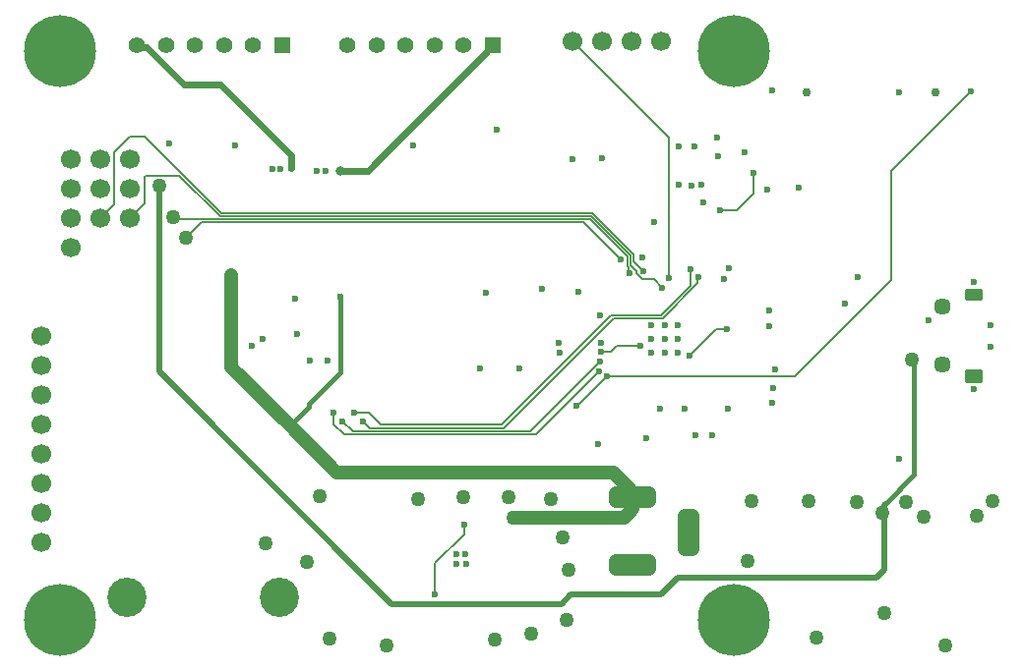
<source format=gbl>
G04*
G04 #@! TF.GenerationSoftware,Altium Limited,Altium Designer,22.11.1 (43)*
G04*
G04 Layer_Physical_Order=4*
G04 Layer_Color=16711680*
%FSLAX25Y25*%
%MOIN*%
G70*
G04*
G04 #@! TF.SameCoordinates,C353F027-9E8A-41FA-9674-E24DC2C26849*
G04*
G04*
G04 #@! TF.FilePolarity,Positive*
G04*
G01*
G75*
%ADD10C,0.00787*%
%ADD12C,0.01968*%
%ADD63R,0.05512X0.05512*%
%ADD64C,0.05512*%
%ADD65C,0.06693*%
%ADD72C,0.24410*%
%ADD73C,0.02953*%
%ADD74C,0.00598*%
%ADD77C,0.01575*%
%ADD78C,0.02362*%
%ADD80C,0.04724*%
%ADD89C,0.13291*%
G04:AMPARAMS|DCode=90|XSize=62.99mil|YSize=47.24mil|CornerRadius=11.81mil|HoleSize=0mil|Usage=FLASHONLY|Rotation=180.000|XOffset=0mil|YOffset=0mil|HoleType=Round|Shape=RoundedRectangle|*
%AMROUNDEDRECTD90*
21,1,0.06299,0.02362,0,0,180.0*
21,1,0.03937,0.04724,0,0,180.0*
1,1,0.02362,-0.01968,0.01181*
1,1,0.02362,0.01968,0.01181*
1,1,0.02362,0.01968,-0.01181*
1,1,0.02362,-0.01968,-0.01181*
%
%ADD90ROUNDEDRECTD90*%
G04:AMPARAMS|DCode=91|XSize=62.99mil|YSize=39.37mil|CornerRadius=9.84mil|HoleSize=0mil|Usage=FLASHONLY|Rotation=180.000|XOffset=0mil|YOffset=0mil|HoleType=Round|Shape=RoundedRectangle|*
%AMROUNDEDRECTD91*
21,1,0.06299,0.01968,0,0,180.0*
21,1,0.04331,0.03937,0,0,180.0*
1,1,0.01968,-0.02165,0.00984*
1,1,0.01968,0.02165,0.00984*
1,1,0.01968,0.02165,-0.00984*
1,1,0.01968,-0.02165,-0.00984*
%
%ADD91ROUNDEDRECTD91*%
G04:AMPARAMS|DCode=92|XSize=157.48mil|YSize=70.87mil|CornerRadius=17.72mil|HoleSize=0mil|Usage=FLASHONLY|Rotation=270.000|XOffset=0mil|YOffset=0mil|HoleType=Round|Shape=RoundedRectangle|*
%AMROUNDEDRECTD92*
21,1,0.15748,0.03543,0,0,270.0*
21,1,0.12205,0.07087,0,0,270.0*
1,1,0.03543,-0.01772,-0.06102*
1,1,0.03543,-0.01772,0.06102*
1,1,0.03543,0.01772,0.06102*
1,1,0.03543,0.01772,-0.06102*
%
%ADD92ROUNDEDRECTD92*%
G04:AMPARAMS|DCode=93|XSize=157.48mil|YSize=70.87mil|CornerRadius=17.72mil|HoleSize=0mil|Usage=FLASHONLY|Rotation=180.000|XOffset=0mil|YOffset=0mil|HoleType=Round|Shape=RoundedRectangle|*
%AMROUNDEDRECTD93*
21,1,0.15748,0.03543,0,0,180.0*
21,1,0.12205,0.07087,0,0,180.0*
1,1,0.03543,-0.06102,0.01772*
1,1,0.03543,0.06102,0.01772*
1,1,0.03543,0.06102,-0.01772*
1,1,0.03543,-0.06102,-0.01772*
%
%ADD93ROUNDEDRECTD93*%
%ADD94C,0.05709*%
%ADD95C,0.02362*%
%ADD96C,0.05000*%
%ADD97C,0.03150*%
%ADD98C,0.04724*%
D10*
X29777Y-5437D02*
X33050D01*
X29777D02*
Y-5122D01*
X-26575Y-87598D02*
Y-77264D01*
X-16732Y-67421D01*
Y-63976D01*
X35124Y-3364D02*
X42861D01*
X33050Y-5437D02*
X35124Y-3364D01*
D12*
X-120000Y-12228D02*
X-41228Y-91000D01*
X16298D01*
X-120000Y-12228D02*
Y50802D01*
X19398Y-87900D02*
X49900D01*
X55700Y-82100D02*
X122999D01*
X49900Y-87900D02*
X55700Y-82100D01*
X122999D02*
X125772Y-79327D01*
X16298Y-91000D02*
X19398Y-87900D01*
X125000Y-60000D02*
X125580Y-59420D01*
X135000Y-8820D02*
X135772Y-9593D01*
X125580Y-62477D02*
X125772Y-62669D01*
X125580Y-62477D02*
Y-60580D01*
X125887Y-57216D02*
Y-57113D01*
X125772Y-79327D02*
Y-62669D01*
X135000Y-8820D02*
Y-8000D01*
X125580Y-59420D02*
Y-57523D01*
X125887Y-57216D01*
X125000Y-60000D02*
X125580Y-60580D01*
D63*
X-78347Y98425D02*
D03*
X-7087D02*
D03*
D64*
X-88189D02*
D03*
X-98032D02*
D03*
X-107874D02*
D03*
X-117717D02*
D03*
X-127559D02*
D03*
X-16929D02*
D03*
X-26772D02*
D03*
X-36614D02*
D03*
X-46457D02*
D03*
X-56299D02*
D03*
D65*
X-160000Y-70000D02*
D03*
Y-60000D02*
D03*
Y-30000D02*
D03*
Y-10000D02*
D03*
Y0D02*
D03*
Y-20000D02*
D03*
X-130000Y60000D02*
D03*
Y50000D02*
D03*
Y40000D02*
D03*
X-140000Y60000D02*
D03*
Y50000D02*
D03*
Y40000D02*
D03*
X-150000Y50000D02*
D03*
Y40000D02*
D03*
Y30000D02*
D03*
Y60000D02*
D03*
X50000Y100000D02*
D03*
X20000D02*
D03*
X30000D02*
D03*
X40000D02*
D03*
X-160000Y-40000D02*
D03*
Y-50000D02*
D03*
D72*
X74803Y-96457D02*
D03*
X-153543D02*
D03*
X74803Y96457D02*
D03*
X-153543D02*
D03*
D73*
X143000Y82677D02*
D03*
X99200D02*
D03*
D74*
X20000Y100000D02*
X52800Y67200D01*
Y19700D02*
Y67200D01*
X-54000Y-26000D02*
X-49000D01*
X-44951Y-30049D02*
X-4049D01*
X-49000Y-26000D02*
X-44951Y-30049D01*
X-51000Y-29000D02*
X-48537Y-31463D01*
X-3455D01*
X7751Y-33492D02*
X29057Y-12186D01*
X-54500Y-32500D02*
X5542D01*
X-57508Y-33492D02*
X7751D01*
X-61000Y-30000D02*
X-57508Y-33492D01*
X5542Y-32500D02*
X29212Y-8830D01*
X-58000Y-29000D02*
X-54500Y-32500D01*
X-4049Y-30049D02*
X32983Y6983D01*
X50090D01*
X33998Y5991D02*
X50501D01*
X-3455Y-31463D02*
X33998Y5991D01*
X-61000Y-30000D02*
Y-26000D01*
X50090Y6983D02*
X60000Y16893D01*
Y22500D01*
X50501Y5991D02*
X62431Y17921D01*
Y19931D02*
X62500Y20000D01*
X62431Y17921D02*
Y19931D01*
X31780Y-13780D02*
X95221D01*
X47641Y19091D02*
X50432Y16299D01*
X50438D01*
X81178Y55278D02*
X81300Y55400D01*
X81178Y48179D02*
Y55278D01*
X75500Y42500D02*
X81178Y48179D01*
X69900Y42500D02*
X75500D01*
X38600Y23534D02*
Y26900D01*
Y23534D02*
X38893Y23241D01*
Y21437D02*
X39168Y21163D01*
X39592Y23945D02*
Y27311D01*
Y23945D02*
X41604Y21933D01*
X43617Y19091D02*
X47641D01*
X41604Y21103D02*
Y21933D01*
X23809Y38484D02*
X36332Y25961D01*
X41604Y21103D02*
X43617Y19091D01*
X-105610Y38484D02*
X23809D01*
X38893Y21437D02*
Y23241D01*
X40584Y25330D02*
Y27722D01*
X42541Y23373D02*
X42541D01*
X40584Y25330D02*
X42541Y23373D01*
X42541D02*
X44079Y21835D01*
X-99446Y40543D02*
X26360D01*
X26771Y41535D02*
X40584Y27722D01*
X-99035Y41535D02*
X26771D01*
X25949Y39551D02*
X38600Y26900D01*
X-114650Y39551D02*
X25949D01*
X26360Y40543D02*
X39592Y27311D01*
X21549Y-23819D02*
X31589Y-13780D01*
X29212Y-8830D02*
X29302D01*
X29057Y-12186D02*
X29063D01*
X31589Y-13780D02*
X31780D01*
X-135335Y44665D02*
Y62165D01*
X-130000Y67500D02*
X-125000D01*
X-135335Y62165D02*
X-130000Y67500D01*
X-125000D02*
X-99035Y41535D01*
X-113291Y54388D02*
X-99446Y40543D01*
X-124809Y54388D02*
X-113291D01*
X95221Y-13780D02*
X128000Y19000D01*
Y56000D01*
X155000Y83000D01*
X-115453Y40354D02*
X-114650Y39551D01*
X-110925Y33169D02*
X-105610Y38484D01*
X-125160Y54038D02*
X-124809Y54388D01*
X-125160Y44840D02*
Y54038D01*
X-130000Y40000D02*
X-125160Y44840D01*
X-140000Y40000D02*
X-135335Y44665D01*
X21358Y-23819D02*
X21549D01*
X72100Y2300D02*
X72218Y2182D01*
X68700Y2300D02*
X72100D01*
X59700Y-6700D02*
X68700Y2300D01*
D77*
X-69283Y-23178D02*
X-58661Y-12557D01*
X-75805Y-30530D02*
X-69283Y-24007D01*
Y-23178D01*
X-58661Y-12557D02*
Y13386D01*
X125887Y-57113D02*
X135772Y-47228D01*
Y-9593D01*
D78*
X-49508Y56004D02*
X-7087Y98425D01*
X-58760Y56004D02*
X-49508D01*
X-75295Y56988D02*
Y61122D01*
X-99311Y85138D02*
X-75295Y61122D01*
X-111516Y85138D02*
X-99311D01*
X-124200Y97823D02*
X-111516Y85138D01*
X-126956Y97823D02*
X-124200D01*
X-127559Y98425D02*
X-126956Y97823D01*
D80*
X-59878Y-46457D02*
X33858D01*
X-75805Y-30530D02*
X-59878Y-46457D01*
X33858D02*
X40354Y-52953D01*
X37613Y-61600D02*
X40354Y-58858D01*
X100Y-61600D02*
X37613D01*
X40354Y-58858D02*
Y-52953D01*
X-95669Y-10666D02*
Y20472D01*
Y-10666D02*
X-75805Y-30530D01*
D89*
X-131166Y-88900D02*
D03*
X-79434D02*
D03*
D90*
X155905Y-13780D02*
D03*
D91*
Y13780D02*
D03*
D92*
X59298Y-66711D02*
D03*
D93*
X40400Y-77735D02*
D03*
Y-54900D02*
D03*
D94*
X145276Y9843D02*
D03*
Y-9843D02*
D03*
D95*
X52800Y19700D02*
D03*
X-51000Y-29000D02*
D03*
X-54000Y-26000D02*
D03*
X-58000Y-29000D02*
D03*
X29300Y6900D02*
D03*
X29700Y-2289D02*
D03*
X29777Y-5437D02*
D03*
X-11250Y-11261D02*
D03*
X2150D02*
D03*
X15750Y-5732D02*
D03*
X15450Y-2561D02*
D03*
X-61000Y-26000D02*
D03*
X-63169Y-8484D02*
D03*
X46500Y-1002D02*
D03*
Y-5726D02*
D03*
X62500Y20000D02*
D03*
X60000Y22500D02*
D03*
X50438Y16299D02*
D03*
X64200Y45100D02*
D03*
X85835Y49500D02*
D03*
X69900Y42500D02*
D03*
X39168Y21163D02*
D03*
X36332Y25961D02*
D03*
X44079Y21835D02*
D03*
X43700Y26600D02*
D03*
X130700Y82500D02*
D03*
X-116600Y65100D02*
D03*
X-94300Y64700D02*
D03*
X140700Y5100D02*
D03*
X155900Y18400D02*
D03*
X161800Y-3800D02*
D03*
X161700Y3700D02*
D03*
X155900Y-18100D02*
D03*
X67300Y-33900D02*
D03*
X29063Y-12186D02*
D03*
X31780Y-13780D02*
D03*
X-66535Y55905D02*
D03*
X-5600Y69900D02*
D03*
X-34000Y64500D02*
D03*
X20000Y60063D02*
D03*
X30000Y60126D02*
D03*
X78400Y62200D02*
D03*
X88800Y-11512D02*
D03*
X112308Y10798D02*
D03*
X116600Y20000D02*
D03*
X86700Y3400D02*
D03*
Y8600D02*
D03*
X155000Y83000D02*
D03*
X-26575Y-87598D02*
D03*
X130709Y-41732D02*
D03*
X-16732Y-63976D02*
D03*
X81300Y55400D02*
D03*
X55900Y64200D02*
D03*
X56000Y51100D02*
D03*
X60400Y50800D02*
D03*
X63800Y51200D02*
D03*
X-58661Y13386D02*
D03*
X-88681Y-3543D02*
D03*
X-85138Y-1181D02*
D03*
X21358Y-23819D02*
D03*
X28740Y-36713D02*
D03*
X22089Y14778D02*
D03*
X-63829Y55856D02*
D03*
X-79134Y56693D02*
D03*
X-81595D02*
D03*
X-75295Y56988D02*
D03*
X29302Y-8830D02*
D03*
X9750Y15839D02*
D03*
X-73405Y571D02*
D03*
X-68898Y-8268D02*
D03*
X-74016Y12598D02*
D03*
X57874Y-24803D02*
D03*
X87795Y-22835D02*
D03*
X72600Y-24700D02*
D03*
X49600Y-24800D02*
D03*
X88100Y-17700D02*
D03*
X61200Y64200D02*
D03*
X68900Y67100D02*
D03*
X69200Y60800D02*
D03*
X47500Y38600D02*
D03*
X71400Y19200D02*
D03*
X72900Y23000D02*
D03*
X96636Y50364D02*
D03*
X55800Y-5726D02*
D03*
Y3723D02*
D03*
Y-1002D02*
D03*
X51175Y3723D02*
D03*
X46500D02*
D03*
X51175Y-5726D02*
D03*
Y-1002D02*
D03*
X72218Y2182D02*
D03*
X42861Y-3364D02*
D03*
X59700Y-6700D02*
D03*
X61500Y-33900D02*
D03*
X45100Y-34600D02*
D03*
X-9250Y14439D02*
D03*
X87700Y83400D02*
D03*
X-16200Y-74200D02*
D03*
X-19300D02*
D03*
X-19291Y-77362D02*
D03*
X-16142D02*
D03*
D96*
X-65748Y-54331D02*
D03*
X-84000Y-70500D02*
D03*
X-115453Y40354D02*
D03*
X-110925Y33169D02*
D03*
X-120000Y50802D02*
D03*
X79300Y-76287D02*
D03*
X135000Y-8000D02*
D03*
X5906Y-101181D02*
D03*
X18110Y-96457D02*
D03*
X102613Y-102513D02*
D03*
X-70079Y-76772D02*
D03*
X125700Y-94100D02*
D03*
X-6299Y-103150D02*
D03*
X-42913Y-105118D02*
D03*
X18504Y-79528D02*
D03*
X100Y-61600D02*
D03*
X125000Y-60000D02*
D03*
X133000Y-56300D02*
D03*
X116400Y-56500D02*
D03*
X12598Y-55512D02*
D03*
X-1575Y-54724D02*
D03*
X-16929D02*
D03*
X-32283Y-55512D02*
D03*
X16800Y-68500D02*
D03*
X157000Y-61100D02*
D03*
X139100Y-61400D02*
D03*
X146300Y-105100D02*
D03*
X162300Y-56000D02*
D03*
X99900Y-56200D02*
D03*
X80700D02*
D03*
X-62205Y-102756D02*
D03*
D97*
X-58760Y56004D02*
D03*
D98*
X-95669Y20472D02*
D03*
M02*

</source>
